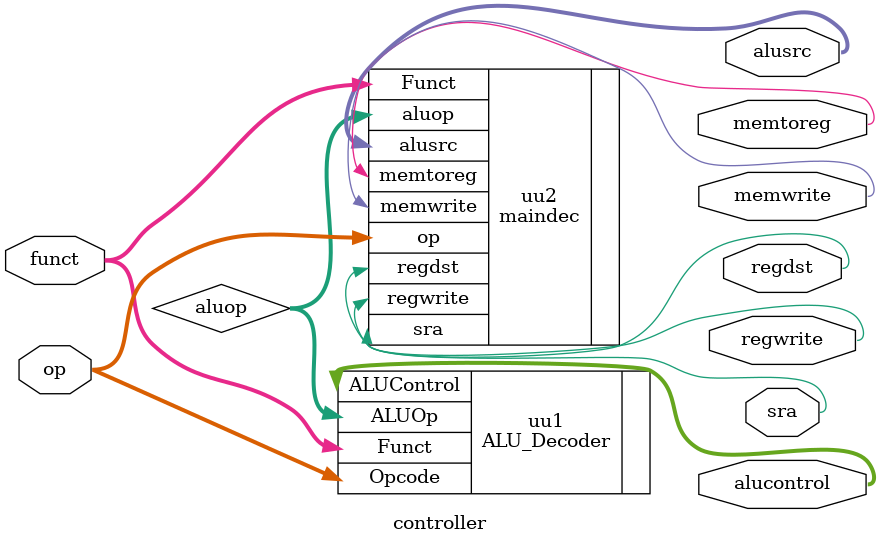
<source format=v>
`timescale 1ns / 1ps


module controller(
    input wire[5:0]op,
    input wire[5:0]funct,
    output wire memtoreg,
    output wire memwrite,
    output wire regdst,
    output wire regwrite,
    output wire sra,
    output wire[1:0]alusrc,
    output wire [3:0]alucontrol
    );
    wire [1:0]aluop;
    
ALU_Decoder uu1(
        .ALUOp(aluop),
        .Funct(funct),
        .Opcode(op),
        .ALUControl(alucontrol)
        );
maindec uu2(
        .op(op),
        .memtoreg(memtoreg),        
        .regdst(regdst),
        .alusrc(alusrc),
        .memwrite(memwrite),
        .regwrite(regwrite),
        .aluop(aluop),
        .sra(sra),
        .Funct(funct)
        );
endmodule

</source>
